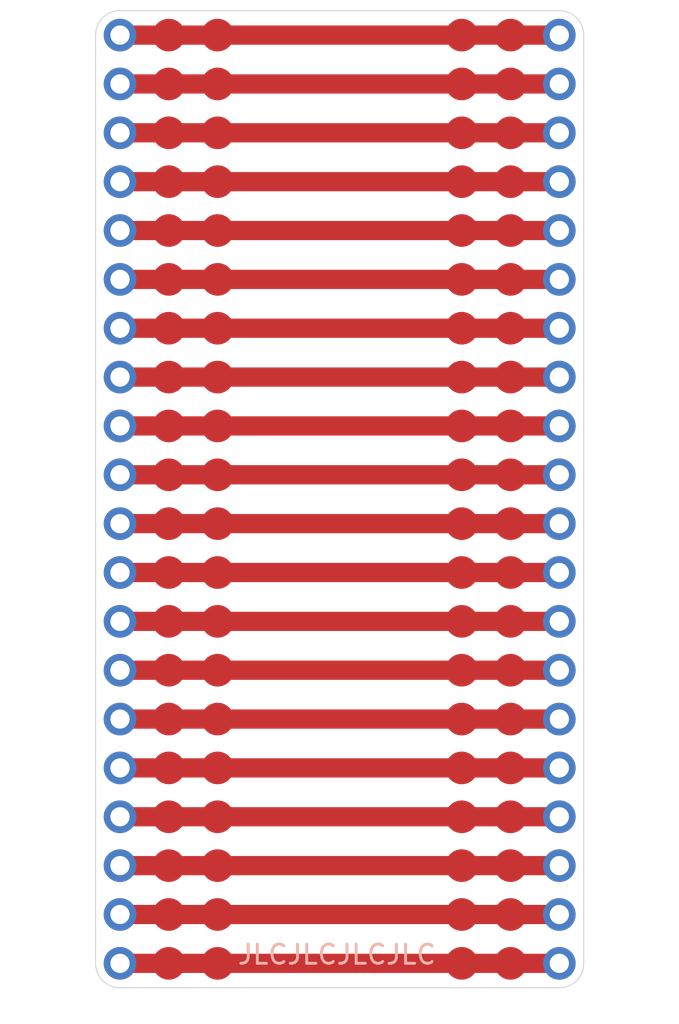
<source format=kicad_pcb>
(kicad_pcb (version 20240108) (generator "pcbnew") (generator_version "8.0")
  (layers (0 "F.Cu" signal) (31 "B.Cu" signal) (34 "B.Paste" user) (35 "F.Paste" user) (36 "B.SilkS" user "B.Silkscreen") (37 "F.SilkS" user "F.Silkscreen") (38 "B.Mask" user) (39 "F.Mask" user) (44 "Edge.Cuts" user))
  (net 0 "")
  (net 1 "Net-(J1-Pin_10)")
  (net 2 "Net-(J1-Pin_1)")
  (net 3 "Net-(J1-Pin_6)")
  (net 4 "Net-(J1-Pin_8)")
  (net 5 "Net-(J1-Pin_2)")
  (net 6 "Net-(J1-Pin_4)")
  (net 7 "Net-(J1-Pin_9)")
  (net 8 "Net-(J1-Pin_5)")
  (net 9 "Net-(J1-Pin_7)")
  (net 10 "Net-(J1-Pin_3)")
  (footprint "Project:1x10 test pad" (layer "F.Cu") (at 109.22 90.065)
    (property "Reference" "J3" (hide yes))
    (property "Value" "Conn_01x20_Pin")
    (pad "1" smd circle (at 0 -11.325) (size 1.7 1.7) (layers "F.Cu" "F.Paste" "F.Mask") (net 2 "Net-(J1-Pin_1)"))
    (pad "2" smd oval (at 0 -8.785) (size 1.7 1.7) (layers "F.Cu" "F.Paste" "F.Mask") (net 5 "Net-(J1-Pin_2)"))
    (pad "3" smd oval (at 0 -6.245) (size 1.7 1.7) (layers "F.Cu" "F.Paste" "F.Mask") (net 10 "Net-(J1-Pin_3)"))
    (pad "4" smd oval (at 0 -3.705) (size 1.7 1.7) (layers "F.Cu" "F.Paste" "F.Mask") (net 6 "Net-(J1-Pin_4)"))
    (pad "5" smd oval (at 0 -1.165) (size 1.7 1.7) (layers "F.Cu" "F.Paste" "F.Mask") (net 8 "Net-(J1-Pin_5)"))
    (pad "6" smd oval (at 0 1.375) (size 1.7 1.7) (layers "F.Cu" "F.Paste" "F.Mask") (net 3 "Net-(J1-Pin_6)"))
    (pad "7" smd oval (at 0 3.915) (size 1.7 1.7) (layers "F.Cu" "F.Paste" "F.Mask") (net 9 "Net-(J1-Pin_7)"))
    (pad "8" smd oval (at 0 6.455) (size 1.7 1.7) (layers "F.Cu" "F.Paste" "F.Mask") (net 4 "Net-(J1-Pin_8)"))
    (pad "9" smd oval (at 0 8.995) (size 1.7 1.7) (layers "F.Cu" "F.Paste" "F.Mask") (net 7 "Net-(J1-Pin_9)"))
    (pad "10" smd oval (at 0 11.535) (size 1.7 1.7) (layers "F.Cu" "F.Paste" "F.Mask") (net 1 "Net-(J1-Pin_10)"))
  )
  (footprint "Connector_PinHeader_2.54mm:PinHeader_1x10_P2.54mm_Vertical" (layer "F.Cu") (at 104.14 78.74)
    (property "Reference" "J1" (hide yes))
    (property "Value" "Conn_01x20_Pin")
    (pad "1" thru_hole circle (at 0 0) (size 1.7 1.7) (drill 1) (layers "*.Cu" "*.Mask") (net 2 "Net-(J1-Pin_1)"))
    (pad "2" thru_hole oval (at 0 2.54) (size 1.7 1.7) (drill 1) (layers "*.Cu" "*.Mask") (net 5 "Net-(J1-Pin_2)"))
    (pad "3" thru_hole oval (at 0 5.08) (size 1.7 1.7) (drill 1) (layers "*.Cu" "*.Mask") (net 10 "Net-(J1-Pin_3)"))
    (pad "4" thru_hole oval (at 0 7.62) (size 1.7 1.7) (drill 1) (layers "*.Cu" "*.Mask") (net 6 "Net-(J1-Pin_4)"))
    (pad "5" thru_hole oval (at 0 10.16) (size 1.7 1.7) (drill 1) (layers "*.Cu" "*.Mask") (net 8 "Net-(J1-Pin_5)"))
    (pad "6" thru_hole oval (at 0 12.7) (size 1.7 1.7) (drill 1) (layers "*.Cu" "*.Mask") (net 3 "Net-(J1-Pin_6)"))
    (pad "7" thru_hole oval (at 0 15.24) (size 1.7 1.7) (drill 1) (layers "*.Cu" "*.Mask") (net 9 "Net-(J1-Pin_7)"))
    (pad "8" thru_hole oval (at 0 17.78) (size 1.7 1.7) (drill 1) (layers "*.Cu" "*.Mask") (net 4 "Net-(J1-Pin_8)"))
    (pad "9" thru_hole oval (at 0 20.32) (size 1.7 1.7) (drill 1) (layers "*.Cu" "*.Mask") (net 7 "Net-(J1-Pin_9)"))
    (pad "10" thru_hole oval (at 0 22.86) (size 1.7 1.7) (drill 1) (layers "*.Cu" "*.Mask") (net 1 "Net-(J1-Pin_10)"))
  )
  (footprint "Project:1x10 test pad" (layer "F.Cu") (at 106.68 90.065)
    (property "Reference" "J2" (hide yes))
    (property "Value" "Conn_01x20_Pin")
    (pad "1" smd circle (at 0 -11.325) (size 1.7 1.7) (layers "F.Cu" "F.Paste" "F.Mask") (net 2 "Net-(J1-Pin_1)"))
    (pad "2" smd oval (at 0 -8.785) (size 1.7 1.7) (layers "F.Cu" "F.Paste" "F.Mask") (net 5 "Net-(J1-Pin_2)"))
    (pad "3" smd oval (at 0 -6.245) (size 1.7 1.7) (layers "F.Cu" "F.Paste" "F.Mask") (net 10 "Net-(J1-Pin_3)"))
    (pad "4" smd oval (at 0 -3.705) (size 1.7 1.7) (layers "F.Cu" "F.Paste" "F.Mask") (net 6 "Net-(J1-Pin_4)"))
    (pad "5" smd oval (at 0 -1.165) (size 1.7 1.7) (layers "F.Cu" "F.Paste" "F.Mask") (net 8 "Net-(J1-Pin_5)"))
    (pad "6" smd oval (at 0 1.375) (size 1.7 1.7) (layers "F.Cu" "F.Paste" "F.Mask") (net 3 "Net-(J1-Pin_6)"))
    (pad "7" smd oval (at 0 3.915) (size 1.7 1.7) (layers "F.Cu" "F.Paste" "F.Mask") (net 9 "Net-(J1-Pin_7)"))
    (pad "8" smd oval (at 0 6.455) (size 1.7 1.7) (layers "F.Cu" "F.Paste" "F.Mask") (net 4 "Net-(J1-Pin_8)"))
    (pad "9" smd oval (at 0 8.995) (size 1.7 1.7) (layers "F.Cu" "F.Paste" "F.Mask") (net 7 "Net-(J1-Pin_9)"))
    (pad "10" smd oval (at 0 11.535) (size 1.7 1.7) (layers "F.Cu" "F.Paste" "F.Mask") (net 1 "Net-(J1-Pin_10)"))
  )
  (footprint "Project:1x10 test pad" (layer "F.Cu") (at 106.68 64.665)
    (property "Reference" "J2" (hide yes))
    (property "Value" "Conn_01x20_Pin")
    (pad "1" smd circle (at 0 -11.325) (size 1.7 1.7) (layers "F.Cu" "F.Paste" "F.Mask") (net 2 "Net-(J1-Pin_1)"))
    (pad "2" smd oval (at 0 -8.785) (size 1.7 1.7) (layers "F.Cu" "F.Paste" "F.Mask") (net 5 "Net-(J1-Pin_2)"))
    (pad "3" smd oval (at 0 -6.245) (size 1.7 1.7) (layers "F.Cu" "F.Paste" "F.Mask") (net 10 "Net-(J1-Pin_3)"))
    (pad "4" smd oval (at 0 -3.705) (size 1.7 1.7) (layers "F.Cu" "F.Paste" "F.Mask") (net 6 "Net-(J1-Pin_4)"))
    (pad "5" smd oval (at 0 -1.165) (size 1.7 1.7) (layers "F.Cu" "F.Paste" "F.Mask") (net 8 "Net-(J1-Pin_5)"))
    (pad "6" smd oval (at 0 1.375) (size 1.7 1.7) (layers "F.Cu" "F.Paste" "F.Mask") (net 3 "Net-(J1-Pin_6)"))
    (pad "7" smd oval (at 0 3.915) (size 1.7 1.7) (layers "F.Cu" "F.Paste" "F.Mask") (net 9 "Net-(J1-Pin_7)"))
    (pad "8" smd oval (at 0 6.455) (size 1.7 1.7) (layers "F.Cu" "F.Paste" "F.Mask") (net 4 "Net-(J1-Pin_8)"))
    (pad "9" smd oval (at 0 8.995) (size 1.7 1.7) (layers "F.Cu" "F.Paste" "F.Mask") (net 7 "Net-(J1-Pin_9)"))
    (pad "10" smd oval (at 0 11.535) (size 1.7 1.7) (layers "F.Cu" "F.Paste" "F.Mask") (net 1 "Net-(J1-Pin_10)"))
  )
  (footprint "Connector_PinHeader_2.54mm:PinHeader_1x10_P2.54mm_Vertical" (layer "F.Cu") (at 127 53.34)
    (property "Reference" "J6" (hide yes))
    (property "Value" "Conn_01x20_Pin")
    (pad "1" thru_hole circle (at 0 0) (size 1.7 1.7) (drill 1) (layers "*.Cu" "*.Mask") (net 2 "Net-(J1-Pin_1)"))
    (pad "2" thru_hole oval (at 0 2.54) (size 1.7 1.7) (drill 1) (layers "*.Cu" "*.Mask") (net 5 "Net-(J1-Pin_2)"))
    (pad "3" thru_hole oval (at 0 5.08) (size 1.7 1.7) (drill 1) (layers "*.Cu" "*.Mask") (net 10 "Net-(J1-Pin_3)"))
    (pad "4" thru_hole oval (at 0 7.62) (size 1.7 1.7) (drill 1) (layers "*.Cu" "*.Mask") (net 6 "Net-(J1-Pin_4)"))
    (pad "5" thru_hole oval (at 0 10.16) (size 1.7 1.7) (drill 1) (layers "*.Cu" "*.Mask") (net 8 "Net-(J1-Pin_5)"))
    (pad "6" thru_hole oval (at 0 12.7) (size 1.7 1.7) (drill 1) (layers "*.Cu" "*.Mask") (net 3 "Net-(J1-Pin_6)"))
    (pad "7" thru_hole oval (at 0 15.24) (size 1.7 1.7) (drill 1) (layers "*.Cu" "*.Mask") (net 9 "Net-(J1-Pin_7)"))
    (pad "8" thru_hole oval (at 0 17.78) (size 1.7 1.7) (drill 1) (layers "*.Cu" "*.Mask") (net 4 "Net-(J1-Pin_8)"))
    (pad "9" thru_hole oval (at 0 20.32) (size 1.7 1.7) (drill 1) (layers "*.Cu" "*.Mask") (net 7 "Net-(J1-Pin_9)"))
    (pad "10" thru_hole oval (at 0 22.86) (size 1.7 1.7) (drill 1) (layers "*.Cu" "*.Mask") (net 1 "Net-(J1-Pin_10)"))
  )
  (footprint "Project:1x10 test pad" (layer "F.Cu") (at 124.46 64.665)
    (property "Reference" "J5" (hide yes))
    (property "Value" "Conn_01x20_Pin")
    (pad "1" smd circle (at 0 -11.325) (size 1.7 1.7) (layers "F.Cu" "F.Paste" "F.Mask") (net 2 "Net-(J1-Pin_1)"))
    (pad "2" smd oval (at 0 -8.785) (size 1.7 1.7) (layers "F.Cu" "F.Paste" "F.Mask") (net 5 "Net-(J1-Pin_2)"))
    (pad "3" smd oval (at 0 -6.245) (size 1.7 1.7) (layers "F.Cu" "F.Paste" "F.Mask") (net 10 "Net-(J1-Pin_3)"))
    (pad "4" smd oval (at 0 -3.705) (size 1.7 1.7) (layers "F.Cu" "F.Paste" "F.Mask") (net 6 "Net-(J1-Pin_4)"))
    (pad "5" smd oval (at 0 -1.165) (size 1.7 1.7) (layers "F.Cu" "F.Paste" "F.Mask") (net 8 "Net-(J1-Pin_5)"))
    (pad "6" smd oval (at 0 1.375) (size 1.7 1.7) (layers "F.Cu" "F.Paste" "F.Mask") (net 3 "Net-(J1-Pin_6)"))
    (pad "7" smd oval (at 0 3.915) (size 1.7 1.7) (layers "F.Cu" "F.Paste" "F.Mask") (net 9 "Net-(J1-Pin_7)"))
    (pad "8" smd oval (at 0 6.455) (size 1.7 1.7) (layers "F.Cu" "F.Paste" "F.Mask") (net 4 "Net-(J1-Pin_8)"))
    (pad "9" smd oval (at 0 8.995) (size 1.7 1.7) (layers "F.Cu" "F.Paste" "F.Mask") (net 7 "Net-(J1-Pin_9)"))
    (pad "10" smd oval (at 0 11.535) (size 1.7 1.7) (layers "F.Cu" "F.Paste" "F.Mask") (net 1 "Net-(J1-Pin_10)"))
  )
  (footprint "Project:1x10 test pad" (layer "F.Cu") (at 124.46 90.065)
    (property "Reference" "J5" (hide yes))
    (property "Value" "Conn_01x20_Pin")
    (pad "1" smd circle (at 0 -11.325) (size 1.7 1.7) (layers "F.Cu" "F.Paste" "F.Mask") (net 2 "Net-(J1-Pin_1)"))
    (pad "2" smd oval (at 0 -8.785) (size 1.7 1.7) (layers "F.Cu" "F.Paste" "F.Mask") (net 5 "Net-(J1-Pin_2)"))
    (pad "3" smd oval (at 0 -6.245) (size 1.7 1.7) (layers "F.Cu" "F.Paste" "F.Mask") (net 10 "Net-(J1-Pin_3)"))
    (pad "4" smd oval (at 0 -3.705) (size 1.7 1.7) (layers "F.Cu" "F.Paste" "F.Mask") (net 6 "Net-(J1-Pin_4)"))
    (pad "5" smd oval (at 0 -1.165) (size 1.7 1.7) (layers "F.Cu" "F.Paste" "F.Mask") (net 8 "Net-(J1-Pin_5)"))
    (pad "6" smd oval (at 0 1.375) (size 1.7 1.7) (layers "F.Cu" "F.Paste" "F.Mask") (net 3 "Net-(J1-Pin_6)"))
    (pad "7" smd oval (at 0 3.915) (size 1.7 1.7) (layers "F.Cu" "F.Paste" "F.Mask") (net 9 "Net-(J1-Pin_7)"))
    (pad "8" smd oval (at 0 6.455) (size 1.7 1.7) (layers "F.Cu" "F.Paste" "F.Mask") (net 4 "Net-(J1-Pin_8)"))
    (pad "9" smd oval (at 0 8.995) (size 1.7 1.7) (layers "F.Cu" "F.Paste" "F.Mask") (net 7 "Net-(J1-Pin_9)"))
    (pad "10" smd oval (at 0 11.535) (size 1.7 1.7) (layers "F.Cu" "F.Paste" "F.Mask") (net 1 "Net-(J1-Pin_10)"))
  )
  (footprint "Project:1x10 test pad" (layer "F.Cu") (at 121.92 90.065)
    (property "Reference" "J4" (hide yes))
    (property "Value" "Conn_01x20_Pin")
    (pad "1" smd circle (at 0 -11.325) (size 1.7 1.7) (layers "F.Cu" "F.Paste" "F.Mask") (net 2 "Net-(J1-Pin_1)"))
    (pad "2" smd oval (at 0 -8.785) (size 1.7 1.7) (layers "F.Cu" "F.Paste" "F.Mask") (net 5 "Net-(J1-Pin_2)"))
    (pad "3" smd oval (at 0 -6.245) (size 1.7 1.7) (layers "F.Cu" "F.Paste" "F.Mask") (net 10 "Net-(J1-Pin_3)"))
    (pad "4" smd oval (at 0 -3.705) (size 1.7 1.7) (layers "F.Cu" "F.Paste" "F.Mask") (net 6 "Net-(J1-Pin_4)"))
    (pad "5" smd oval (at 0 -1.165) (size 1.7 1.7) (layers "F.Cu" "F.Paste" "F.Mask") (net 8 "Net-(J1-Pin_5)"))
    (pad "6" smd oval (at 0 1.375) (size 1.7 1.7) (layers "F.Cu" "F.Paste" "F.Mask") (net 3 "Net-(J1-Pin_6)"))
    (pad "7" smd oval (at 0 3.915) (size 1.7 1.7) (layers "F.Cu" "F.Paste" "F.Mask") (net 9 "Net-(J1-Pin_7)"))
    (pad "8" smd oval (at 0 6.455) (size 1.7 1.7) (layers "F.Cu" "F.Paste" "F.Mask") (net 4 "Net-(J1-Pin_8)"))
    (pad "9" smd oval (at 0 8.995) (size 1.7 1.7) (layers "F.Cu" "F.Paste" "F.Mask") (net 7 "Net-(J1-Pin_9)"))
    (pad "10" smd oval (at 0 11.535) (size 1.7 1.7) (layers "F.Cu" "F.Paste" "F.Mask") (net 1 "Net-(J1-Pin_10)"))
  )
  (footprint "Project:1x10 test pad" (layer "F.Cu") (at 109.22 64.665)
    (property "Reference" "J3" (hide yes))
    (property "Value" "Conn_01x20_Pin")
    (pad "1" smd circle (at 0 -11.325) (size 1.7 1.7) (layers "F.Cu" "F.Paste" "F.Mask") (net 2 "Net-(J1-Pin_1)"))
    (pad "2" smd oval (at 0 -8.785) (size 1.7 1.7) (layers "F.Cu" "F.Paste" "F.Mask") (net 5 "Net-(J1-Pin_2)"))
    (pad "3" smd oval (at 0 -6.245) (size 1.7 1.7) (layers "F.Cu" "F.Paste" "F.Mask") (net 10 "Net-(J1-Pin_3)"))
    (pad "4" smd oval (at 0 -3.705) (size 1.7 1.7) (layers "F.Cu" "F.Paste" "F.Mask") (net 6 "Net-(J1-Pin_4)"))
    (pad "5" smd oval (at 0 -1.165) (size 1.7 1.7) (layers "F.Cu" "F.Paste" "F.Mask") (net 8 "Net-(J1-Pin_5)"))
    (pad "6" smd oval (at 0 1.375) (size 1.7 1.7) (layers "F.Cu" "F.Paste" "F.Mask") (net 3 "Net-(J1-Pin_6)"))
    (pad "7" smd oval (at 0 3.915) (size 1.7 1.7) (layers "F.Cu" "F.Paste" "F.Mask") (net 9 "Net-(J1-Pin_7)"))
    (pad "8" smd oval (at 0 6.455) (size 1.7 1.7) (layers "F.Cu" "F.Paste" "F.Mask") (net 4 "Net-(J1-Pin_8)"))
    (pad "9" smd oval (at 0 8.995) (size 1.7 1.7) (layers "F.Cu" "F.Paste" "F.Mask") (net 7 "Net-(J1-Pin_9)"))
    (pad "10" smd oval (at 0 11.535) (size 1.7 1.7) (layers "F.Cu" "F.Paste" "F.Mask") (net 1 "Net-(J1-Pin_10)"))
  )
  (footprint "Project:1x10 test pad" (layer "F.Cu") (at 121.92 64.665)
    (property "Reference" "J4" (hide yes))
    (property "Value" "Conn_01x20_Pin")
    (pad "1" smd circle (at 0 -11.325) (size 1.7 1.7) (layers "F.Cu" "F.Paste" "F.Mask") (net 2 "Net-(J1-Pin_1)"))
    (pad "2" smd oval (at 0 -8.785) (size 1.7 1.7) (layers "F.Cu" "F.Paste" "F.Mask") (net 5 "Net-(J1-Pin_2)"))
    (pad "3" smd oval (at 0 -6.245) (size 1.7 1.7) (layers "F.Cu" "F.Paste" "F.Mask") (net 10 "Net-(J1-Pin_3)"))
    (pad "4" smd oval (at 0 -3.705) (size 1.7 1.7) (layers "F.Cu" "F.Paste" "F.Mask") (net 6 "Net-(J1-Pin_4)"))
    (pad "5" smd oval (at 0 -1.165) (size 1.7 1.7) (layers "F.Cu" "F.Paste" "F.Mask") (net 8 "Net-(J1-Pin_5)"))
    (pad "6" smd oval (at 0 1.375) (size 1.7 1.7) (layers "F.Cu" "F.Paste" "F.Mask") (net 3 "Net-(J1-Pin_6)"))
    (pad "7" smd oval (at 0 3.915) (size 1.7 1.7) (layers "F.Cu" "F.Paste" "F.Mask") (net 9 "Net-(J1-Pin_7)"))
    (pad "8" smd oval (at 0 6.455) (size 1.7 1.7) (layers "F.Cu" "F.Paste" "F.Mask") (net 4 "Net-(J1-Pin_8)"))
    (pad "9" smd oval (at 0 8.995) (size 1.7 1.7) (layers "F.Cu" "F.Paste" "F.Mask") (net 7 "Net-(J1-Pin_9)"))
    (pad "10" smd oval (at 0 11.535) (size 1.7 1.7) (layers "F.Cu" "F.Paste" "F.Mask") (net 1 "Net-(J1-Pin_10)"))
  )
  (footprint "Connector_PinHeader_2.54mm:PinHeader_1x10_P2.54mm_Vertical" (layer "F.Cu") (at 104.14 53.34)
    (property "Reference" "J1" (hide yes))
    (property "Value" "Conn_01x20_Pin")
    (pad "1" thru_hole circle (at 0 0) (size 1.7 1.7) (drill 1) (layers "*.Cu" "*.Mask") (net 2 "Net-(J1-Pin_1)"))
    (pad "2" thru_hole oval (at 0 2.54) (size 1.7 1.7) (drill 1) (layers "*.Cu" "*.Mask") (net 5 "Net-(J1-Pin_2)"))
    (pad "3" thru_hole oval (at 0 5.08) (size 1.7 1.7) (drill 1) (layers "*.Cu" "*.Mask") (net 10 "Net-(J1-Pin_3)"))
    (pad "4" thru_hole oval (at 0 7.62) (size 1.7 1.7) (drill 1) (layers "*.Cu" "*.Mask") (net 6 "Net-(J1-Pin_4)"))
    (pad "5" thru_hole oval (at 0 10.16) (size 1.7 1.7) (drill 1) (layers "*.Cu" "*.Mask") (net 8 "Net-(J1-Pin_5)"))
    (pad "6" thru_hole oval (at 0 12.7) (size 1.7 1.7) (drill 1) (layers "*.Cu" "*.Mask") (net 3 "Net-(J1-Pin_6)"))
    (pad "7" thru_hole oval (at 0 15.24) (size 1.7 1.7) (drill 1) (layers "*.Cu" "*.Mask") (net 9 "Net-(J1-Pin_7)"))
    (pad "8" thru_hole oval (at 0 17.78) (size 1.7 1.7) (drill 1) (layers "*.Cu" "*.Mask") (net 4 "Net-(J1-Pin_8)"))
    (pad "9" thru_hole oval (at 0 20.32) (size 1.7 1.7) (drill 1) (layers "*.Cu" "*.Mask") (net 7 "Net-(J1-Pin_9)"))
    (pad "10" thru_hole oval (at 0 22.86) (size 1.7 1.7) (drill 1) (layers "*.Cu" "*.Mask") (net 1 "Net-(J1-Pin_10)"))
  )
  (footprint "Connector_PinHeader_2.54mm:PinHeader_1x10_P2.54mm_Vertical" (layer "F.Cu") (at 127 78.74)
    (property "Reference" "J6" (hide yes))
    (property "Value" "Conn_01x20_Pin")
    (pad "1" thru_hole circle (at 0 0) (size 1.7 1.7) (drill 1) (layers "*.Cu" "*.Mask") (net 2 "Net-(J1-Pin_1)"))
    (pad "2" thru_hole oval (at 0 2.54) (size 1.7 1.7) (drill 1) (layers "*.Cu" "*.Mask") (net 5 "Net-(J1-Pin_2)"))
    (pad "3" thru_hole oval (at 0 5.08) (size 1.7 1.7) (drill 1) (layers "*.Cu" "*.Mask") (net 10 "Net-(J1-Pin_3)"))
    (pad "4" thru_hole oval (at 0 7.62) (size 1.7 1.7) (drill 1) (layers "*.Cu" "*.Mask") (net 6 "Net-(J1-Pin_4)"))
    (pad "5" thru_hole oval (at 0 10.16) (size 1.7 1.7) (drill 1) (layers "*.Cu" "*.Mask") (net 8 "Net-(J1-Pin_5)"))
    (pad "6" thru_hole oval (at 0 12.7) (size 1.7 1.7) (drill 1) (layers "*.Cu" "*.Mask") (net 3 "Net-(J1-Pin_6)"))
    (pad "7" thru_hole oval (at 0 15.24) (size 1.7 1.7) (drill 1) (layers "*.Cu" "*.Mask") (net 9 "Net-(J1-Pin_7)"))
    (pad "8" thru_hole oval (at 0 17.78) (size 1.7 1.7) (drill 1) (layers "*.Cu" "*.Mask") (net 4 "Net-(J1-Pin_8)"))
    (pad "9" thru_hole oval (at 0 20.32) (size 1.7 1.7) (drill 1) (layers "*.Cu" "*.Mask") (net 7 "Net-(J1-Pin_9)"))
    (pad "10" thru_hole oval (at 0 22.86) (size 1.7 1.7) (drill 1) (layers "*.Cu" "*.Mask") (net 1 "Net-(J1-Pin_10)"))
  )
  (gr_line (start 102.87 101.6) (end 102.87 53.34) (stroke (width 0.05)) (layer "Edge.Cuts"))
  (gr_arc (start 102.87 53.34) (mid 103.241974 52.441974) (end 104.14 52.07) (stroke (width 0.05)) (layer "Edge.Cuts"))
  (gr_arc (start 128.27 101.6) (mid 127.898026 102.498026) (end 127 102.87) (stroke (width 0.05)) (layer "Edge.Cuts"))
  (gr_line (start 104.14 52.07) (end 127 52.07) (stroke (width 0.05)) (layer "Edge.Cuts"))
  (gr_line (start 128.27 53.34) (end 128.27 101.6) (stroke (width 0.05)) (layer "Edge.Cuts"))
  (gr_arc (start 104.14 102.87) (mid 103.241974 102.498026) (end 102.87 101.6) (stroke (width 0.05)) (layer "Edge.Cuts"))
  (gr_line (start 127 102.87) (end 104.14 102.87) (stroke (width 0.05)) (layer "Edge.Cuts"))
  (gr_arc (start 127 52.07) (mid 127.898026 52.441974) (end 128.27 53.34) (stroke (width 0.05)) (layer "Edge.Cuts"))
  (gr_text "JLCJLCJLCJLC" (at 110.1852 101.727 0) (layer "B.SilkS") (effects (font (size 1 1)) (justify left bottom)))
  (segment (start 127 76.2) (end 104.14 76.2) (width 1) (layer "F.Cu") (net 1))
  (segment (start 127 101.6) (end 104.14 101.6) (width 1) (layer "F.Cu") (net 1))
  (segment (start 104.14 78.74) (end 127 78.74) (width 1) (layer "F.Cu") (net 2))
  (segment (start 104.14 53.34) (end 127 53.34) (width 1) (layer "F.Cu") (net 2))
  (segment (start 104.14 66.04) (end 127 66.04) (width 1) (layer "F.Cu") (net 3))
  (segment (start 104.14 91.44) (end 127 91.44) (width 1) (layer "F.Cu") (net 3))
  (segment (start 104.14 71.12) (end 127 71.12) (width 1) (layer "F.Cu") (net 4))
  (segment (start 104.14 96.52) (end 127 96.52) (width 1) (layer "F.Cu") (net 4))
  (segment (start 104.14 55.88) (end 127 55.88) (width 1) (layer "F.Cu") (net 5))
  (segment (start 104.14 81.28) (end 127 81.28) (width 1) (layer "F.Cu") (net 5))
  (segment (start 104.14 60.96) (end 127 60.96) (width 1) (layer "F.Cu") (net 6))
  (segment (start 104.14 86.36) (end 127 86.36) (width 1) (layer "F.Cu") (net 6))
  (segment (start 104.14 73.66) (end 127 73.66) (width 1) (layer "F.Cu") (net 7))
  (segment (start 104.14 99.06) (end 127 99.06) (width 1) (layer "F.Cu") (net 7))
  (segment (start 104.14 88.9) (end 127 88.9) (width 1) (layer "F.Cu") (net 8))
  (segment (start 104.14 63.5) (end 127 63.5) (width 1) (layer "F.Cu") (net 8))
  (segment (start 104.14 68.58) (end 127 68.58) (width 1) (layer "F.Cu") (net 9))
  (segment (start 104.14 93.98) (end 127 93.98) (width 1) (layer "F.Cu") (net 9))
  (segment (start 104.14 83.82) (end 127 83.82) (width 1) (layer "F.Cu") (net 10))
  (segment (start 104.14 58.42) (end 127 58.42) (width 1) (layer "F.Cu") (net 10))
)
</source>
